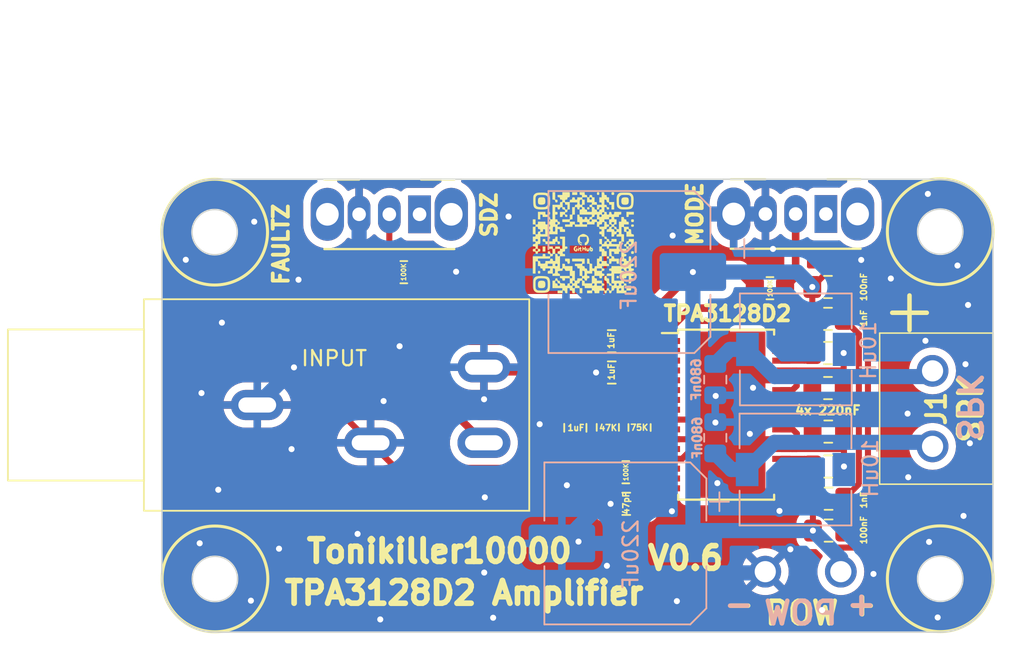
<source format=kicad_pcb>
(kicad_pcb (version 20221018) (generator pcbnew)
  (layers (0 "F.Cu" signal) (31 "B.Cu" signal) (34 "B.Paste" user) (35 "F.Paste" user) (36 "B.SilkS" user "B.Silkscreen") (37 "F.SilkS" user "F.Silkscreen") (38 "B.Mask" user) (39 "F.Mask" user) (44 "Edge.Cuts" user))
  (net 0 "")
  (net 1 "MODE")
  (net 2 "SDZ")
  (net 3 "FAULTZ")
  (net 4 "Net-(U1-RINP)")
  (net 5 "Net-(U1-RINN)")
  (net 6 "Net-(U1-GVDD)")
  (net 7 "Net-(U1-GAIN{slash}SLV)")
  (net 8 "GND")
  (net 9 "MUTE")
  (net 10 "SYNC")
  (net 11 "VCC")
  (net 12 "Net-(U1-BSNL)")
  (net 13 "Net-(U1-OUTNL)")
  (net 14 "Net-(U1-BSPL)")
  (net 15 "Net-(U1-BSNR)")
  (net 16 "Net-(U1-OUTNR)")
  (net 17 "Net-(U1-BSPR)")
  (net 18 "SPK+")
  (net 19 "SPK-")
  (net 20 "Net-(C7-Pad2)")
  (footprint "Capacitor_SMD:C_0805_2012Metric_Pad1.18x1.45mm_HandSolder" (layer "F.Cu") (at 144.9 92.95 180)
    (fp_text reference "C1" hide)
    (fp_text value "1nF" (at -2.33 2.02 90) (layer "F.SilkS") (effects (font (size 0.4 0.4) (thickness 0.1))))
    (pad "1" smd roundrect (at -1.0375 0 180) (size 1.175 1.45) (layers "F.Cu" "F.Paste" "F.Mask") (roundrect_rratio 0.212766) (net 8 "GND"))
    (pad "2" smd roundrect (at 1.0375 0 180) (size 1.175 1.45) (layers "F.Cu" "F.Paste" "F.Mask") (roundrect_rratio 0.212766) (net 11 "VCC"))
  )
  (footprint "Capacitor_SMD:C_0805_2012Metric_Pad1.18x1.45mm_HandSolder" (layer "F.Cu") (at 128.14 86.15 -90)
    (fp_text reference "C5" hide)
    (fp_text value "1uF" (at 0 -0.04 -180) (layer "F.SilkS") (effects (font (size 0.4 0.4) (thickness 0.1))))
    (pad "1" smd roundrect (at -1.0375 0 270) (size 1.175 1.45) (layers "F.Cu" "F.Paste" "F.Mask") (roundrect_rratio 0.212766) (net 6 "Net-(U1-GVDD)"))
    (pad "2" smd roundrect (at 1.0375 0 270) (size 1.175 1.45) (layers "F.Cu" "F.Paste" "F.Mask") (roundrect_rratio 0.212766) (net 8 "GND"))
  )
  (footprint "Resistor_SMD:R_0805_2012Metric_Pad1.20x1.40mm_HandSolder" (layer "F.Cu") (at 130.29 86.12 90)
    (fp_text reference "R1" hide)
    (fp_text value "47K" (at -0.03 0.02 180) (layer "F.SilkS") (effects (font (size 0.4 0.4) (thickness 0.1))))
    (pad "1" smd roundrect (at -1 0 90) (size 1.2 1.4) (layers "F.Cu" "F.Paste" "F.Mask") (roundrect_rratio 0.208333) (net 6 "Net-(U1-GVDD)"))
    (pad "2" smd roundrect (at 1 0 90) (size 1.2 1.4) (layers "F.Cu" "F.Paste" "F.Mask") (roundrect_rratio 0.208333) (net 7 "Net-(U1-GAIN{slash}SLV)"))
  )
  (footprint "Capacitor_SMD:C_0805_2012Metric_Pad1.18x1.45mm_HandSolder" (layer "F.Cu") (at 144.86 83.52)
    (fp_text reference "C12" hide)
    (fp_text value "220nF" hide)
    (pad "1" smd roundrect (at -1.0375 0) (size 1.175 1.45) (layers "F.Cu" "F.Paste" "F.Mask") (roundrect_rratio 0.212766) (net 15 "Net-(U1-BSNR)"))
    (pad "2" smd roundrect (at 1.0375 0) (size 1.175 1.45) (layers "F.Cu" "F.Paste" "F.Mask") (roundrect_rratio 0.212766) (net 16 "Net-(U1-OUTNR)"))
  )
  (footprint "LOGO" (layer "F.Cu") (at 128.630964 73.886988)
    (fp_text reference "G***" hide)
    (fp_text value "LOGO" hide)
  )
  (footprint "Capacitor_SMD:C_0805_2012Metric_Pad1.18x1.45mm_HandSolder" (layer "F.Cu") (at 144.86 76.83 180)
    (fp_text reference "C4" hide)
    (fp_text value "100nF" (at -2.37 0 90) (layer "F.SilkS") (effects (font (size 0.4 0.4) (thickness 0.1))))
    (pad "1" smd roundrect (at -1.0375 0 180) (size 1.175 1.45) (layers "F.Cu" "F.Paste" "F.Mask") (roundrect_rratio 0.212766) (net 8 "GND"))
    (pad "2" smd roundrect (at 1.0375 0 180) (size 1.175 1.45) (layers "F.Cu" "F.Paste" "F.Mask") (roundrect_rratio 0.212766) (net 11 "VCC"))
  )
  (footprint "Capacitor_SMD:C_0805_2012Metric_Pad1.18x1.45mm_HandSolder" (layer "F.Cu") (at 130.55 80.42 180)
    (fp_text reference "C7" hide)
    (fp_text value "1uF" (at 0.04 0.05 90) (layer "F.SilkS") (effects (font (size 0.4 0.4) (thickness 0.1))))
    (pad "1" smd roundrect (at -1.0375 0 180) (size 1.175 1.45) (layers "F.Cu" "F.Paste" "F.Mask") (roundrect_rratio 0.212766) (net 4 "Net-(U1-RINP)"))
    (pad "2" smd roundrect (at 1.0375 0 180) (size 1.175 1.45) (layers "F.Cu" "F.Paste" "F.Mask") (roundrect_rratio 0.212766) (net 20 "Net-(C7-Pad2)"))
  )
  (footprint "Capacitor_SMD:C_0805_2012Metric_Pad1.18x1.45mm_HandSolder" (layer "F.Cu") (at 144.88 86.4)
    (fp_text reference "C13" hide)
    (fp_text value "220nF")
    (pad "1" smd roundrect (at -1.0375 0) (size 1.175 1.45) (layers "F.Cu" "F.Paste" "F.Mask") (roundrect_rratio 0.212766) (net 14 "Net-(U1-BSPL)"))
    (pad "2" smd roundrect (at 1.0375 0) (size 1.175 1.45) (layers "F.Cu" "F.Paste" "F.Mask") (roundrect_rratio 0.212766) (net 13 "Net-(U1-OUTNL)"))
  )
  (footprint "Button_Switch_THT:SW_CuK_OS102011MA1QN1_SPDT_Angled" (layer "F.Cu") (at 144.72 72 180)
    (fp_text reference "SW1" hide)
    (fp_text value "SW_SPDT" hide)
    (pad "" thru_hole oval (at -2.1 0 180) (size 2.2 3.5) (drill 1.5) (layers "*.Cu" "*.Mask"))
    (pad "" thru_hole oval (at 6.1 0 180) (size 2.2 3.5) (drill 1.5) (layers "*.Cu" "*.Mask") (net 8 "GND"))
    (pad "1" thru_hole rect (at 0 0 180) (size 1.5 2.5) (drill 0.9) (layers "*.Cu" "*.Mask"))
    (pad "2" thru_hole oval (at 2 0 180) (size 1.5 2.5) (drill 0.9) (layers "*.Cu" "*.Mask") (net 1 "MODE"))
    (pad "3" thru_hole oval (at 4 0 180) (size 1.5 2.5) (drill 0.9) (layers "*.Cu" "*.Mask") (net 8 "GND"))
  )
  (footprint "Capacitor_SMD:C_0805_2012Metric_Pad1.18x1.45mm_HandSolder" (layer "F.Cu") (at 144.86 81.2)
    (fp_text reference "C11" hide)
    (fp_text value "220nF")
    (pad "1" smd roundrect (at -1.0375 0) (size 1.175 1.45) (layers "F.Cu" "F.Paste" "F.Mask") (roundrect_rratio 0.212766) (net 17 "Net-(U1-BSPR)"))
    (pad "2" smd roundrect (at 1.0375 0) (size 1.175 1.45) (layers "F.Cu" "F.Paste" "F.Mask") (roundrect_rratio 0.212766) (net 16 "Net-(U1-OUTNR)"))
  )
  (footprint "KF3012P" (layer "F.Cu") (at 151.78 82.38 -90)
    (fp_text reference "J1" (at 2.5 -0.25 90) (layer "F.SilkS") (effects (font (size 1.27 1.27) (thickness 0.254))))
    (fp_text value "SPEAKER" hide)
    (pad "1" thru_hole circle (at 0 0 270) (size 2.1 2.1) (drill 1.4) (layers "*.Cu" "*.Mask") (net 18 "SPK+"))
    (pad "2" thru_hole circle (at 5 0 270) (size 2.1 2.1) (drill 1.4) (layers "*.Cu" "*.Mask") (net 19 "SPK-"))
  )
  (footprint "Capacitor_SMD:C_0805_2012Metric_Pad1.18x1.45mm_HandSolder" (layer "F.Cu") (at 144.88 88.71)
    (fp_text reference "C14" hide)
    (fp_text value "220nF")
    (pad "1" smd roundrect (at -1.0375 0) (size 1.175 1.45) (layers "F.Cu" "F.Paste" "F.Mask") (roundrect_rratio 0.212766) (net 12 "Net-(U1-BSNL)"))
    (pad "2" smd roundrect (at 1.0375 0) (size 1.175 1.45) (layers "F.Cu" "F.Paste" "F.Mask") (roundrect_rratio 0.212766) (net 13 "Net-(U1-OUTNL)"))
  )
  (footprint "Package_SO:HTSSOP-32-1EP_6.1x11mm_P0.65mm_EP5.2x11mm_Mask4.11x4.36mm" (layer "F.Cu") (at 138.12 85.28)
    (fp_text reference "U1" hide)
    (fp_text value "TPA3128D2" (at 0.09 -6.69) (layer "F.SilkS") (effects (font (thickness 0.25) bold)))
    (pad "1" smd rect (at -3.65 -4.875) (size 1.2 0.4) (layers "F.Cu" "F.Paste" "F.Mask") (net 1 "MODE"))
    (pad "2" smd rect (at -3.65 -4.225) (size 1.2 0.4) (layers "F.Cu" "F.Paste" "F.Mask") (net 2 "SDZ"))
    (pad "3" smd rect (at -3.65 -3.575) (size 1.2 0.4) (layers "F.Cu" "F.Paste" "F.Mask") (net 3 "FAULTZ"))
    (pad "4" smd rect (at -3.65 -2.925) (size 1.2 0.4) (layers "F.Cu" "F.Paste" "F.Mask") (net 4 "Net-(U1-RINP)"))
    (pad "5" smd rect (at -3.65 -2.275) (size 1.2 0.4) (layers "F.Cu" "F.Paste" "F.Mask") (net 5 "Net-(U1-RINN)"))
    (pad "6" smd rect (at -3.65 -1.625) (size 1.2 0.4) (layers "F.Cu" "F.Paste" "F.Mask") (net 6 "Net-(U1-GVDD)"))
    (pad "7" smd rect (at -3.65 -0.975) (size 1.2 0.4) (layers "F.Cu" "F.Paste" "F.Mask") (net 6 "Net-(U1-GVDD)"))
    (pad "8" smd rect (at -3.65 -0.325) (size 1.2 0.4) (layers "F.Cu" "F.Paste" "F.Mask") (net 7 "Net-(U1-GAIN{slash}SLV)"))
    (pad "9" smd rect (at -3.65 0.325) (size 1.2 0.4) (layers "F.Cu" "F.Paste" "F.Mask") (net 8 "GND"))
    (pad "10" smd rect (at -3.65 0.975) (size 1.2 0.4) (layers "F.Cu" "F.Paste" "F.Mask") (net 8 "GND"))
    (pad "11" smd rect (at -3.65 1.625) (size 1.2 0.4) (layers "F.Cu" "F.Paste" "F.Mask") (net 8 "GND"))
    (pad "12" smd rect (at -3.65 2.275) (size 1.2 0.4) (layers "F.Cu" "F.Paste" "F.Mask") (net 9 "MUTE"))
    (pad "13" smd rect (at -3.65 2.925) (size 1.2 0.4) (layers "F.Cu" "F.Paste" "F.Mask") (net 8 "GND"))
    (pad "14" smd rect (at -3.65 3.575) (size 1.2 0.4) (layers "F.Cu" "F.Paste" "F.Mask") (net 8 "GND"))
    (pad "15" smd rect (at -3.65 4.225) (size 1.2 0.4) (layers "F.Cu" "F.Paste" "F.Mask") (net 8 "GND"))
    (pad "16" smd rect (at -3.65 4.875) (size 1.2 0.4) (layers "F.Cu" "F.Paste" "F.Mask") (net 10 "SYNC"))
    (pad "17" smd rect (at 3.65 4.875) (size 1.2 0.4) (layers "F.Cu" "F.Paste" "F.Mask") (net 11 "VCC"))
    (pad "18" smd rect (at 3.65 4.225) (size 1.2 0.4) (layers "F.Cu" "F.Paste" "F.Mask") (net 11 "VCC"))
    (pad "19" smd rect (at 3.65 3.575) (size 1.2 0.4) (layers "F.Cu" "F.Paste" "F.Mask") (net 11 "VCC"))
    (pad "20" smd rect (at 3.65 2.925) (size 1.2 0.4) (layers "F.Cu" "F.Paste" "F.Mask") (net 12 "Net-(U1-BSNL)"))
    (pad "21" smd rect (at 3.65 2.275) (size 1.2 0.4) (layers "F.Cu" "F.Paste" "F.Mask") (net 13 "Net-(U1-OUTNL)"))
    (pad "22" smd rect (at 3.65 1.625) (size 1.2 0.4) (layers "F.Cu" "F.Paste" "F.Mask") (net 8 "GND"))
    (pad "23" smd rect (at 3.65 0.975) (size 1.2 0.4) (layers "F.Cu" "F.Paste" "F.Mask") (net 13 "Net-(U1-OUTNL)"))
    (pad "24" smd rect (at 3.65 0.325) (size 1.2 0.4) (layers "F.Cu" "F.Paste" "F.Mask") (net 14 "Net-(U1-BSPL)"))
    (pad "25" smd rect (at 3.65 -0.325) (size 1.2 0.4) (layers "F.Cu" "F.Paste" "F.Mask") (net 8 "GND"))
    (pad "26" smd rect (at 3.65 -0.975) (size 1.2 0.4) (layers "F.Cu" "F.Paste" "F.Mask") (net 15 "Net-(U1-BSNR)"))
    (pad "27" smd rect (at 3.65 -1.625) (size 1.2 0.4) (layers "F.Cu" "F.Paste" "F.Mask") (net 16 "Net-(U1-OUTNR)"))
    (pad "28" smd rect (at 3.65 -2.275) (size 1.2 0.4) (layers "F.Cu" "F.Paste" "F.Mask") (net 8 "GND"))
    (pad "29" smd rect (at 3.65 -2.925) (size 1.2 0.4) (layers "F.Cu" "F.Paste" "F.Mask") (net 16 "Net-(U1-OUTNR)"))
    (pad "30" smd rect (at 3.65 -3.575) (size 1.2 0.4) (layers "F.Cu" "F.Paste" "F.Mask") (net 17 "Net-(U1-BSPR)"))
    (pad "31" smd rect (at 3.65 -4.225) (size 1.2 0.4) (layers "F.Cu" "F.Paste" "F.Mask") (net 11 "VCC"))
    (pad "32" smd rect (at 3.65 -4.875) (size 1.2 0.4) (layers "F.Cu" "F.Paste" "F.Mask") (net 11 "VCC"))
    (pad "33" smd rect (at 0 0) (size 5.2 11) (layers "F.Cu") (net 8 "GND"))
  )
  (footprint "Resistor_SMD:R_0805_2012Metric_Pad1.20x1.40mm_HandSolder" (layer "F.Cu") (at 131.48 89.09 180)
    (fp_text reference "R3" hide)
    (fp_text value "100K" (at -0.01 0 90) (layer "F.SilkS") (effects (font (size 0.3 0.3) (thickness 0.075))))
    (pad "1" smd roundrect (at -1 0 180) (size 1.2 1.4) (layers "F.Cu" "F.Paste" "F.Mask") (roundrect_rratio 0.208333) (net 9 "MUTE"))
    (pad "2" smd roundrect (at 1 0 180) (size 1.2 1.4) (layers "F.Cu" "F.Paste" "F.Mask") (roundrect_rratio 0.208333) (net 8 "GND"))
  )
  (footprint "Resistor_SMD:R_0805_2012Metric_Pad1.20x1.40mm_HandSolder" (layer "F.Cu") (at 116.79 75.85)
    (fp_text reference "R4" hide)
    (fp_text value "100K" (at -0.01 0 90) (layer "F.SilkS") (effects (font (size 0.3 0.3) (thickness 0.075))))
    (pad "1" smd roundrect (at -1 0) (size 1.2 1.4) (layers "F.Cu" "F.Paste" "F.Mask") (roundrect_rratio 0.208333) (net 2 "SDZ"))
    (pad "2" smd roundrect (at 1 0) (size 1.2 1.4) (layers "F.Cu" "F.Paste" "F.Mask") (roundrect_rratio 0.208333) (net 11 "VCC"))
  )
  (footprint "Connector_Wire:SolderWirePad_1x01_SMD_1x2mm" (layer "F.Cu") (at 108.56 70.51 -90)
    (fp_text reference "REF**" hide)
    (fp_text value "SolderWirePad_1x01_SMD_1x2mm")
    (pad "1" smd roundrect (at 0 0 270) (size 1 2) (layers "F.Cu" "F.Paste" "F.Mask") (net 3 "FAULTZ"))
  )
  (footprint "Capacitor_SMD:C_0805_2012Metric_Pad1.18x1.45mm_HandSolder" (layer "F.Cu") (at 144.86 78.94 180)
    (fp_text reference "C2" hide)
    (fp_text value "1nF" (at -2.37 0.05 90) (layer "F.SilkS") (effects (font (size 0.4 0.4) (thickness 0.1))))
    (pad "1" smd roundrect (at -1.0375 0 180) (size 1.175 1.45) (layers "F.Cu" "F.Paste" "F.Mask") (roundrect_rratio 0.212766) (net 8 "GND"))
    (pad "2" smd roundrect (at 1.0375 0 180) (size 1.175 1.45) (layers "F.Cu" "F.Paste" "F.Mask") (roundrect_rratio 0.212766) (net 11 "VCC"))
  )
  (footprint "Capacitor_SMD:C_0805_2012Metric_Pad1.18x1.45mm_HandSolder" (layer "F.Cu") (at 131.51 91.18)
    (fp_text reference "C10" hide)
    (fp_text value "47pF" (at -0.01 -0.04 90) (layer "F.SilkS") (effects (font (size 0.4 0.4) (thickness 0.1))))
    (pad "1" smd roundrect (at -1.0375 0) (size 1.175 1.45) (layers "F.Cu" "F.Paste" "F.Mask") (roundrect_rratio 0.212766) (net 8 "GND"))
    (pad "2" smd roundrect (at 1.0375 0) (size 1.175 1.45) (layers "F.Cu" "F.Paste" "F.Mask") (roundrect_rratio 0.212766) (net 10 "SYNC"))
  )
  (footprint "Resistor_SMD:R_0805_2012Metric_Pad1.20x1.40mm_HandSolder" (layer "F.Cu") (at 141.02 76.91 180)
    (fp_text reference "R5" hide)
    (fp_text value "100K" (at -0.01 0 90) (layer "F.SilkS") (effects (font (size 0.3 0.3) (thickness 0.075))))
    (pad "1" smd roundrect (at -1 0 180) (size 1.2 1.4) (layers "F.Cu" "F.Paste" "F.Mask") (roundrect_rratio 0.208333) (net 1 "MODE"))
    (pad "2" smd roundrect (at 1 0 180) (size 1.2 1.4) (layers "F.Cu" "F.Paste" "F.Mask") (roundrect_rratio 0.208333) (net 11 "VCC"))
  )
  (footprint "Resistor_SMD:R_0805_2012Metric_Pad1.20x1.40mm_HandSolder" (layer "F.Cu") (at 132.39 86.13 -90)
    (fp_text reference "R2" hide)
    (fp_text value "75K" (at 0 0.02 -180) (layer "F.SilkS") (effects (font (size 0.4 0.4) (thickness 0.1))))
    (pad "1" smd roundrect (at -1 0 270) (size 1.2 1.4) (layers "F.Cu" "F.Paste" "F.Mask") (roundrect_rratio 0.208333) (net 7 "Net-(U1-GAIN{slash}SLV)"))
    (pad "2" smd roundrect (at 1 0 270) (size 1.2 1.4) (layers "F.Cu" "F.Paste" "F.Mask") (roundrect_rratio 0.208333) (net 8 "GND"))
  )
  (footprint "Capacitor_SMD:C_0805_2012Metric_Pad1.18x1.45mm_HandSolder" (layer "F.Cu") (at 130.55 82.49 180)
    (fp_text reference "C8" hide)
    (fp_text value "1uF" (at 0.02 0.05 90) (layer "F.SilkS") (effects (font (size 0.4 0.4) (thickness 0.1))))
    (pad "1" smd roundrect (at -1.0375 0 180) (size 1.175 1.45) (layers "F.Cu" "F.Paste" "F.Mask") (roundrect_rratio 0.212766) (net 5 "Net-(U1-RINN)"))
    (pad "2" smd roundrect (at 1.0375 0 180) (size 1.175 1.45) (layers "F.Cu" "F.Paste" "F.Mask") (roundrect_rratio 0.212766) (net 8 "GND"))
  )
  (footprint "Button_Switch_THT:SW_CuK_OS102011MA1QN1_SPDT_Angled" (layer "F.Cu") (at 117.83 72.02 180)
    (fp_text reference "SW1" hide)
    (fp_text value "SW_SPDT" hide)
    (pad "" thru_hole oval (at -2.1 0 180) (size 2.2 3.5) (drill 1.5) (layers "*.Cu" "*.Mask"))
    (pad "" thru_hole oval (at 6.1 0 180) (size 2.2 3.5) (drill 1.5) (layers "*.Cu" "*.Mask"))
    (pad "1" thru_hole rect (at 0 0 180) (size 1.5 2.5) (drill 0.9) (layers "*.Cu" "*.Mask"))
    (pad "2" thru_hole oval (at 2 0 180) (size 1.5 2.5) (drill 0.9) (layers "*.Cu" "*.Mask") (net 2 "SDZ"))
    (pad "3" thru_hole oval (at 4 0 180) (size 1.5 2.5) (drill 0.9) (layers "*.Cu" "*.Mask") (net 8 "GND"))
  )
  (footprint "Connector_Audio:Jack_6.35mm_Neutrik_NRJ4HH-1_Horizontal" (layer "F.Cu") (at 118.09 90.14 180)
    (fp_text reference "J2" hide)
    (fp_text value "INPUT" (at 5.91 8.59) (layer "F.SilkS"))
    (pad "G" thru_hole oval (at 11 5.5) (size 3.5 2) (drill oval 2.5 1) (layers "*.Cu" "*.Mask") (net 8 "GND"))
    (pad "R" thru_hole oval (at -4 8) (size 3.5 2) (drill oval 2.5 1) (layers "*.Cu" "*.Mask") (net 8 "GND"))
    (pad "S" thru_hole oval (at -4 3) (size 3.5 2) (drill oval 2.5 1) (layers "*.Cu" "*.Mask") (net 20 "Net-(C7-Pad2)"))
    (pad "T" thru_hole oval (at 3.5 3) (size 3.5 2) (drill oval 2.5 1) (layers "*.Cu" "*.Mask") (net 8 "GND"))
  )
  (footprint "Capacitor_SMD:C_0805_2012Metric_Pad1.18x1.45mm_HandSolder" (layer "F.Cu") (at 144.9 90.84 180)
    (fp_text reference "C3" hide)
    (fp_text value "100nF" (at -2.33 -2.08 90) (layer "F.SilkS") (effects (font (size 0.4 0.4) (thickness 0.1))))
    (pad "1" smd roundrect (at -1.0375 0 180) (size 1.175 1.45) (layers "F.Cu" "F.Paste" "F.Mask") (roundrect_rratio 0.212766) (net 8 "GND"))
    (pad "2" smd roundrect (at 1.0375 0 180) (size 1.175 1.45) (layers "F.Cu" "F.Paste" "F.Mask") (roundrect_rratio 0.212766) (net 11 "VCC"))
  )
  (footprint "Inductor_SMD:L_7.3x7.3_H4.5" (layer "B.Cu") (at 142.73 80.96 180)
    (fp_text reference "L1" hide)
    (fp_text value "10uH" (at -4.8 -0.07 90) (layer "B.SilkS") (effects (justify mirror)))
    (pad "1" smd rect (at -3.2 0 180) (size 1.5 2.2) (layers "B.Cu" "B.Paste" "B.Mask") (net 16 "Net-(U1-OUTNR)"))
    (pad "2" smd rect (at 3.2 0 180) (size 1.5 2.2) (layers "B.Cu" "B.Paste" "B.Mask") (net 18 "SPK+"))
  )
  (footprint "Capacitor_SMD:C_0805_2012Metric_Pad1.18x1.45mm_HandSolder" (layer "B.Cu") (at 137.4 86.8075 -90)
    (fp_text reference "C16" hide)
    (fp_text value "680nF" (at 0.0125 1.19 -90) (layer "B.SilkS") (effects (font (size 0.6 0.6)) (justify mirror)))
    (pad "1" smd roundrect (at -1.0375 0 270) (size 1.175 1.45) (layers "B.Cu" "B.Paste" "B.Mask") (roundrect_rratio 0.212766) (net 8 "GND"))
    (pad "2" smd roundrect (at 1.0375 0 270) (size 1.175 1.45) (layers "B.Cu" "B.Paste" "B.Mask") (roundrect_rratio 0.212766) (net 19 "SPK-"))
  )
  (footprint "Capacitor_SMD:CP_Elec_10x10.5" (layer "B.Cu") (at 131.45 93.8 180)
    (fp_text reference "C6" hide)
    (fp_text value "220uF" (at -0.35 -0.72 90) (layer "B.SilkS") (effects (justify mirror)))
    (pad "1" smd roundrect (at -4.2 0 180) (size 4.4 2.5) (layers "B.Cu" "B.Paste" "B.Mask") (roundrect_rratio 0.1) (net 11 "VCC"))
    (pad "2" smd roundrect (at 4.2 0 180) (size 4.4 2.5) (layers "B.Cu" "B.Paste" "B.Mask") (roundrect_rratio 0.1) (net 8 "GND"))
  )
  (footprint "Capacitor_SMD:C_0805_2012Metric_Pad1.18x1.45mm_HandSolder" (layer "B.Cu") (at 137.4 82.96 90)
    (fp_text reference "C15" hide)
    (fp_text value "680nF" (at 0 -1.26 90) (layer "B.SilkS") (effects (font (size 0.6 0.6)) (justify mirror)))
    (pad "1" smd roundrect (at -1.0375 0 90) (size 1.175 1.45) (layers "B.Cu" "B.Paste" "B.Mask") (roundrect_rratio 0.212766) (net 8 "GND"))
    (pad "2" smd roundrect (at 1.0375 0 90) (size 1.175 1.45) (layers "B.Cu" "B.Paste" "B.Mask") (roundrect_rratio 0.212766) (net 18 "SPK+"))
  )
  (footprint "KF3012P" (layer "B.Cu") (at 145.71 95.67 180)
    (fp_text reference "J1" hide)
    (fp_text value "SPEAKER" hide)
    (pad "1" thru_hole circle (at 0 0 180) (size 2.1 2.1) (drill 1.4) (layers "*.Cu" "*.Mask") (net 11 "VCC"))
    (pad "2" thru_hole circle (at 5 0 180) (size 2.1 2.1) (drill 1.4) (layers "*.Cu" "*.Mask") (net 8 "GND"))
  )
  (footprint "Capacitor_SMD:CP_Elec_10x10.5" (layer "B.Cu") (at 131.72 75.84 180)
    (fp_text reference "C9" hide)
    (fp_text value "220uF" (at 0.04 -0.22 90) (layer "B.SilkS") (effects (justify mirror)))
    (pad "1" smd roundrect (at -4.2 0 180) (size 4.4 2.5) (layers "B.Cu" "B.Paste" "B.Mask") (roundrect_rratio 0.1) (net 11 "VCC"))
    (pad "2" smd roundrect (at 4.2 0 180) (size 4.4 2.5) (layers "B.Cu" "B.Paste" "B.Mask") (roundrect_rratio 0.1) (net 8 "GND"))
  )
  (footprint "Inductor_SMD:L_7.3x7.3_H4.5" (layer "B.Cu") (at 142.71 88.91 180)
    (fp_text reference "L2" hide)
    (fp_text value "10uH" (at -4.95 0.08 90) (layer "B.SilkS") (effects (justify mirror)))
    (pad "1" smd rect (at -3.2 0 180) (size 1.5 2.2) (layers "B.Cu" "B.Paste" "B.Mask") (net 13 "Net-(U1-OUTNL)"))
    (pad "2" smd rect (at 3.2 0 180) (size 1.5 2.2) (layers "B.Cu" "B.Paste" "B.Mask") (net 19 "SPK-"))
  )
  (gr_circle (center 152.29 73.17) (end 152.29 76.67) (stroke (width 0.2)) (fill none) (layer "F.SilkS"))
  (gr_circle (center 104.27 73.2) (end 104.27 76.7) (stroke (width 0.2)) (fill none) (layer "F.SilkS"))
  (gr_circle (center 152.29 96.14) (end 152.29 99.64) (stroke (width 0.2)) (fill none) (layer "F.SilkS"))
  (gr_circle (center 104.29 96.15) (end 104.29 99.65) (stroke (width 0.2)) (fill none) (layer "F.SilkS"))
  (gr_line (start 155.78 73.2) (end 155.78 96.17) (stroke (width 0.1)) (layer "Edge.Cuts"))
  (gr_arc (start 155.78 96.17) (mid 154.754874 98.644874) (end 152.28 99.67) (stroke (width 0.1)) (layer "Edge.Cuts"))
  (gr_circle (center 152.29 96.14) (end 152.29 97.64) (stroke (width 0.1)) (fill none) (layer "Edge.Cuts"))
  (gr_circle (center 104.29 96.15) (end 104.29 97.65) (stroke (width 0.1)) (fill none) (layer "Edge.Cuts"))
  (gr_circle (center 152.29 73.17) (end 152.29 74.67) (stroke (width 0.1)) (fill none) (layer "Edge.Cuts"))
  (gr_line (start 152.28 99.67) (end 104.28 99.67) (stroke (width 0.1)) (layer "Edge.Cuts"))
  (gr_arc (start 152.28 69.7) (mid 154.754874 70.725126) (end 155.78 73.2) (stroke (width 0.1)) (layer "Edge.Cuts"))
  (gr_arc (start 104.28 99.67) (mid 101.805127 98.644874) (end 100.78 96.17) (stroke (width 0.1)) (layer "Edge.Cuts"))
  (gr_line (start 104.28 69.7) (end 152.28 69.7) (stroke (width 0.1)) (layer "Edge.Cuts"))
  (gr_line (start 100.78 96.17) (end 100.78 73.2) (stroke (width 0.1)) (layer "Edge.Cuts"))
  (gr_arc (start 100.78 73.2) (mid 101.805126 70.725126) (end 104.28 69.7) (stroke (width 0.1)) (layer "Edge.Cuts"))
  (gr_circle (center 104.27 73.2) (end 104.27 74.7) (stroke (width 0.1)) (fill none) (layer "Edge.Cuts"))
  (gr_text "POW\n" (at 145.65 99.29) (layer "B.SilkS") (effects (font (size 1.5 1.5) (thickness 0.3) bold) (justify left bottom mirror)))
  (gr_text "-\n" (at 140.08 98.69) (layer "B.SilkS") (effects (font (size 1.5 1.5) (thickness 0.3) bold) (justify left bottom mirror)))
  (gr_text "+" (at 148.2 98.67) (layer "B.SilkS") (effects (font (size 1.5 1.5) (thickness 0.3) bold) (justify left bottom mirror)))
  (gr_text "SPK\n" (at 153.34 87.18 -90) (layer "B.SilkS") (effects (font (size 1.5 1.5) (thickness 0.3) bold) (justify left bottom mirror)))
  (gr_text "+" (at 145.99 98.69) (layer "F.SilkS") (effects (font (size 1.5 1.5) (thickness 0.3) bold) (justify left bottom)))
  (gr_text "-\n" (at 137.88 98.69) (layer "F.SilkS") (effects (font (size 1.5 1.5) (thickness 0.3) bold) (justify left bottom)))
  (gr_text "MODE" (at 136.64 74.2 90) (layer "F.SilkS") (effects (font (size 1 1) (thickness 0.25) bold) (justify left bottom)))
  (gr_text "FAULTZ" (at 109.25 76.81 90) (layer "F.SilkS") (effects (font (size 1 1) (thickness 0.25) bold) (justify left bottom)))
  (gr_text "TPA3128D2 Amplifier" (at 108.71 97.96) (layer "F.SilkS") (effects (font (size 1.5 1.5) (thickness 0.375) bold) (justify left bottom)))
  (gr_text "4x 220nF" (at 144.85 84.99) (layer "F.SilkS") (effects (font (size 0.6 0.6) (thickness 0.15) bold)))
  (gr_text "+" (at 148.2 80.06) (layer "F.SilkS") (effects (font (size 3 3) (thickness 0.3) bold) (justify left bottom)))
  (gr_text "POW\n" (at 140.54 99.29) (layer "F.SilkS") (effects (font (size 1.5 1.5) (thickness 0.3) bold) (justify left bottom)))
  (gr_text "SPK\n" (at 155.17 87.31 90) (layer "F.SilkS") (effects (font (size 1.5 1.5) (thickness 0.3) bold) (justify left bottom)))
  (gr_text "V0.6" (at 132.76 95.65) (layer "F.SilkS") (effects (font (size 1.5 1.5) (thickness 0.375) bold) (justify left bottom)))
  (gr_text "Tonikiller10000" (at 110.18 95.19) (layer "F.SilkS") (effects (font (size 1.5 1.5) (thickness 0.375) bold) (justify left bottom)))
  (gr_text "SDZ" (at 123.02 73.67 90) (layer "F.SilkS") (effects (font (size 1 1) (thickness 0.25) bold) (justify left bottom)))
  (segment (start 142.72 76.16) (end 142.72 72) (width 0.5) (layer "F.Cu") (net 1))
  (segment (start 135.76 78.23) (end 140.65 78.23) (width 0.5) (layer "F.Cu") (net 1))
  (segment (start 134.47 79.52) (end 135.76 78.23) (width 0.5) (layer "F.Cu") (net 1))
  (segment (start 134.47 80.405) (end 134.47 79.52) (width 0.5) (layer "F.Cu") (net 1))
  (segment (start 140.65 78.23) (end 142.72 76.16) (width 0.5) (layer "F.Cu") (net 1))
  (segment (start 133.745 81.055) (end 133.43 80.74) (width 0.4) (layer "F.Cu") (net 2))
  (segment (start 132.495 78.695) (end 117.625 78.695) (width 0.4) (layer "F.Cu") (net 2))
  (segment (start 117.625 78.695) (end 115.83 76.9) (width 0.4) (layer "F.Cu") (net 2))
  (segment (start 133.43 80.74) (end 133.43 79.63) (width 0.4) (layer "F.Cu") (net 2))
  (segment (start 134.47 81.055) (end 133.745 81.055) (width 0.4) (layer "F.Cu") (net 2))
  (segment (start 133.43 79.63) (end 132.495 78.695) (width 0.4) (layer "F.Cu") (net 2))
  (segment (start 115.83 76.9) (end 115.83 72.02) (width 0.4) (layer "F.Cu") (net 2))
  (segment (start 132.83 79.93076) (end 132.19424 79.295) (width 0.4) (layer "F.Cu") (net 3))
  (segment (start 132.19424 79.295) (end 130.375 79.295) (width 0.4) (layer "F.Cu") (net 3))
  (segment (start 130.37 79.3) (end 130.365 79.295) (width 0.4) (layer "F.Cu") (net 3))
  (segment (start 130.375 79.295) (end 130.37 79.3) (width 0.4) (layer "F.Cu") (net 3))
  (segment (start 134.47 81.705) (end 133.515 81.705) (width 0.4) (layer "F.Cu") (net 3))
  (segment (start 108.56 76.87) (end 108.56 70.51) (width 0.4) (layer "F.Cu") (net 3))
  (segment (start 130.365 79.295) (end 110.985 79.295) (width 0.4) (layer "F.Cu") (net 3))
  (segment (start 110.985 79.295) (end 108.56 76.87) (width 0.4) (layer "F.Cu") (net 3))
  (segment (start 133.515 81.705) (end 132.83 81.02) (width 0.4) (layer "F.Cu") (net 3))
  (segment (start 132.83 81.02) (end 132.83 79.93076) (width 0.4) (layer "F.Cu") (net 3))
  (segment (start 131.5875 80.6375) (end 131.5875 80.42) (width 0.4) (layer "F.Cu") (net 4))
  (segment (start 134.47 82.355) (end 133.305 82.355) (width 0.4) (layer "F.Cu") (net 4))
  (segment (start 133.305 82.355) (end 131.5875 80.6375) (width 0.4) (layer "F.Cu") (net 4))
  (segment (start 132.1025 83.005) (end 131.5875 82.49) (width 0.4) (layer "F.Cu") (net 5))
  (segment (start 134.47 83.005) (end 132.1025 83.005) (width 0.4) (layer "F.Cu") (net 5))
  (segment (start 134.47 83.655) (end 129.5975 83.655) (width 0.4) (layer "F.Cu") (net 6))
  (segment (start 134.47 83.655) (end 134.47 84.305) (width 0.4) (layer "F.Cu") (net 6))
  (segment (start 128.2825 85.1125) (end 130.29 87.12) (width 0.4) (layer "F.Cu") (net 6))
  (segment (start 128.14 85.1125) (end 128.2825 85.1125) (width 0.4) (layer "F.Cu") (net 6))
  (segment (start 129.5975 83.655) (end 128.14 85.1125) (width 0.4) (layer "F.Cu") (net 6))
  (segment (start 132.565 84.955) (end 132.39 85.13) (width 0.4) (layer "F.Cu") (net 7))
  (segment (start 132.39 85.13) (end 130.3 85.13) (width 0.4) (layer "F.Cu") (net 7))
  (segment (start 130.3 85.13) (end 130.29 85.12) (width 0.4) (layer "F.Cu") (net 7))
  (segment (start 134.47 84.955) (end 132.565 84.955) (width 0.4) (layer "F.Cu") (net 7))
  (segment (start 130.48 89.09) (end 130.48 91.1725) (width 0.4) (layer "F.Cu") (net 8))
  (segment (start 136.495 86.905) (end 137.41 85.99) (width 0.4) (layer "F.Cu") (net 8))
  (segment (start 145.9275 90.83) (end 145.9375 90.84) (width 0.4) (layer "F.Cu") (net 8))
  (segment (start 134.47 88.855) (end 134.47 89.505) (width 0.4) (layer "F.Cu") (net 8))
  (segment (start 130.48 89.04) (end 130.48 89.09) (width 0.4) (layer "F.Cu") (net 8))
  (segment (start 116.25 88.8) (end 114.59 87.14) (width 0.4) (layer "F.Cu") (net 8))
  (segment (start 139.69 86.55) (end 139.39 86.55) (width 0.4) (layer "F.Cu") (net 8))
  (segment (start 139.39 86.55) (end 138.12 85.28) (width 0.4) (layer "F.Cu") (net 8))
  (segment (start 141.77 84.955) (end 146.905 84.955) (width 0.4) (layer "F.Cu") (net 8))
  (segment (start 138.445 84.955) (end 139.9 83.5) (width 0.4) (layer "F.Cu") (net 8))
  (segment (start 140.395 83.005) (end 141.77 83.005) (width 0.4) (layer "F.Cu") (net 8))
  (segment (start 128.14 87.1875) (end 128.5775 87.1875) (width 0.4) (layer "F.Cu") (net 8))
  (segment (start 137.795 85.605) (end 138.12 85.28) (width 0.4) (layer "F.Cu") (net 8))
  (segment (start 134.47 86.905) (end 136.495 86.905) (width 0.4) (layer "F.Cu") (net 8))
  (segment (start 125.2775 88.8) (end 116.25 88.8) (width 0.4) (layer "F.Cu") (net 8))
  (segment (start 145.9375 90.84) (end 145.9375 92.95) (width 0.4) (layer "F.Cu") (net 8))
  (segment (start 139.9 83.5) (end 140.395 83.005) (width 0.4) (layer "F.Cu") (net 8))
  (segment (start 145.8975 78.94) (end 145.8975 78.9475) (width 0.4) (layer "F.Cu") (net 8))
  (segment (start 134.47 85.605) (end 137.795 85.605) (width 0.4) (layer "F.Cu") (net 8))
  (segment (start 129.5125 82.49) (end 127.22 82.49) (width 0.4) (layer "F.Cu") (net 8))
  (segment (start 127.22 82.49) (end 126.89 82.49) (width 0.4) (layer "F.Cu") (net 8))
  (segment (start 145.8975 76.83) (end 145.8975 78.94) (width 0.4) (layer "F.Cu") (net 8))
  (segment (start 139.745 86.905) (end 139.69 86.85) (width 0.4) (layer "F.Cu") (net 8))
  (segment (start 114.59 87.14) (end 112.09 84.64) (width 0.4) (layer "F.Cu") (net 8))
  (segment (start 146.905 79.955) (end 146.905 89.8725) (width 0.4) (layer "F.Cu") (net 8))
  (segment (start 141.77 86.905) (end 139.745 86.905) (width 0.4) (layer "F.Cu") (net 8))
  (segment (start 126.89 87.1875) (end 128.14 87.1875) (width 0.4) (layer "F.Cu") (net 8))
  (segment (start 141.77 84.955) (end 138.445 84.955) (width 0.4) (layer "F.Cu") (net 8))
  (segment (start 126.89 82.49) (end 126.89 87.1875) (width 0.4) (layer "F.Cu") (net 8))
  (segment (start 134.47 88.205) (end 134.47 88.855) (width 0.4) (layer "F.Cu") (net 8))
  (segment (start 127.22 82.49) (end 122.44 82.49) (width 0.4) (layer "F.Cu") (net 8))
  (segment (start 134.47 86.255) (end 134.47 86.905) (width 0.4) (layer "F.Cu") (net 8))
  (segment (start 135.195 88.205) (end 138.12 85.28) (width 0.4) (layer "F.Cu") (net 8))
  (segment (start 137.6 85.8) (end 138.12 85.28) (width 0.4) (layer "F.Cu") (net 8))
  (segment (start 134.47 88.205) (end 135.195 88.205) (width 0.4) (layer "F.Cu") (net 8))
  (segment (start 122.44 82.49) (end 122.09 82.14) (width 0.4) (layer "F.Cu") (net 8))
  (segment (start 132.615 86.905) (end 132.39 87.13) (width 0.4) (layer "F.Cu") (net 8))
  (segment (start 137.41 85.99) (end 137.41 85.8) (width 0.4) (layer "F.Cu") (net 8))
  (segment (start 112.09 84.64) (end 107.09 84.64) (width 0.4) (layer "F.Cu") (net 8))
  (segment (start 146.905 89.8725) (end 145.9375 90.84) (width 0.4) (layer "F.Cu") (net 8))
  (segment (start 134.47 86.905) (end 132.615 86.905) (width 0.4) (layer "F.Cu") (net 8))
  (segment (start 139.69 86.85) (end 139.69 86.55) (width 0.4) (layer "F.Cu") (net 8))
  (segment (start 126.89 87.1875) (end 125.2775 88.8) (width 0.4) (layer "F.Cu") (net 8))
  (segment (start 128.5775 87.1875) (end 130.48 89.09) (width 0.4) (layer "F.Cu") (net 8))
  (segment (start 134.47 85.605) (end 134.47 86.255) (width 0.4) (layer "F.Cu") (net 8))
  (segment (start 145.8975 78.9475) (end 146.905 79.955) (width 0.4) (layer "F.Cu") (net 8))
  (segment (start 137.41 85.8) (end 137.6 85.8) (width 0.4) (layer "F.Cu") (net 8))
  (segment (start 132.39 87.13) (end 130.48 89.04) (width 0.4) (layer "F.Cu") (net 8))
  (segment (start 130.48 91.1725) (end 130.4725 91.18) (width 0.4) (layer "F.Cu") (net 8))
  (via (at 134.58 73.43) (size 0.8) (drill 0.4) (layers "F.Cu" "B.Cu") (net 8))
  (via (at 149.02 76.27) (size 0.8) (drill 0.4) (layers "F.Cu" "B.Cu") (net 8))
  (via (at 151.55 93.7) (size 0.8) (drill 0.4) (layers "F.Cu" "B.Cu") (net 8))
  (via (at 137.41 85.8) (size 0.8) (drill 0.4) (layers "F.Cu" "B.Cu") (net 8))
  (via (at 129.5125 82.49) (size 0.8) (drill 0.4) (layers "F.Cu" "B.Cu") (net 8))
  (via (at 154.13 78.02) (size 0.8) (drill 0.4) (layers "F.Cu" "B.Cu") (net 8))
  (via (at 122.11 95.73) (size 0.8) (drill 0.4) (layers "F.Cu" "B.Cu") (net 8))
  (via (at 106.67 97.59) (size 0.8) (drill 0.4) (layers "F.Cu" "B.Cu") (net 8))
  (via (at 139.69 86.55) (size 0.8) (drill 0.4) (layers "F.Cu" "B.Cu") (net 8))
  (via (at 120.25 75.82) (size 0.8) (drill 0.4) (layers "F.Cu" "B.Cu") (net 8))
  (via (at 137.54 89.81) (size 0.8) (drill 0.4) (layers "F.Cu" "B.Cu") (net 8))
  (via (at 104.51 90.25) (size 0.8) (drill 0.4) (layers "F.Cu" "B.Cu") (net 8))
  (via (at 150.13 85.21) (size 0.8) (drill 0.4) (layers "F.Cu" "B.Cu") (net 8))
  (via (at 123.72 72.17) (size 0.8) (drill 0.4) (layers "F.Cu" "B.Cu") (net 8))
  (via (at 122.1 84.26) (size 0.8) (drill 0.4) (layers "F.Cu" "B.Cu") (net 8))
  (via (at 134.86 97.62) (size 0.8) (drill 0.4) (layers "F.Cu" "B.Cu") (net 8))
  (via (at 116.51 80.75) (size 0.8) (drill 0.4) (layers "F.Cu" "B.Cu") (net 8))
  (via (at 103.28 93.79) (size 0.8) (drill 0.4) (layers "F.Cu" "B.Cu") (net 8))
  (via (at 147.87 95.82) (size 0.8) (drill 0.4) (layers "F.Cu" "B.Cu") (net 8))
  (via (at 106.89 72.51) (size 0.8) (drill 0.4) (layers "F.Cu" "B.Cu") (net 8))
  (via (at 154.25 87.17) (size 0.8) (drill 0.4) (layers "F.Cu" "B.Cu") (net 8))
  (via (at 153.43 75.41) (size 0.8) (drill 0.4) (layers "F.Cu" "B.Cu") (net 8))
  (via (at 137.43 84.04) (size 0.8) (drill 0.4) (layers "F.Cu" "B.Cu") (net 8))
  (via (at 144.47 98.21) (size 0.8) (drill 0.4) (layers "F.Cu" "B.Cu") (net 8))
  (via (at 104.75 79.19) (size 0.8) (drill 0.4) (layers "F.Cu" "B.Cu") (net 8))
  (via (at 113.73 93.17) (size 0.8) (drill 0.4) (layers "F.Cu" "B.Cu") (net 8))
  (via (at 108.53 94.15) (size 0.8) (drill 0.4) (layers "F.Cu" "B.Cu") (net 8))
  (via (at 109.36 87.56) (size 0.8) (drill 0.4) (layers "F.Cu" "B.Cu") (net 8))
  (via (at 103.4 83.85) (size 0.8) (drill 0.4) (layers "F.Cu" "B.Cu") (net 8))
  (via (at 109.52 82.15) (size 0.8) (drill 0.4) (layers "F.Cu" "B.Cu") (net 8))
  (via (at 142.37 94.19) (size 0.8) (drill 0.4) (layers "F.Cu" "B.Cu") (net 8))
  (via (at 128.35 93.68) (size 0.8) (drill 0.4) (layers "F.Cu" "B.Cu") (net 8))
  (via (at 141.22 74.31) (size 0.8) (drill 0.4) (layers "F.Cu" "B.Cu") (net 8))
  (via (at 152.12 98.7) (size 0.8) (drill 0.4) (layers "F.Cu" "B.Cu") (net 8))
  (via (at 150.17 89.42) (size 0.8) (drill 0.4) (layers "F.Cu" "B.Cu") (net 8))
  (via (at 153.83 91.98) (size 0.8) (drill 0.4) (layers "F.Cu" "B.Cu") (net 8))
  (via (at 151.47 70.67) (size 0.8) (drill 0.4) (layers "F.Cu" "B.Cu") (net 8))
  (via (at 139.9 83.5) (size 0.8) (drill 0.4) (layers "F.Cu" "B.Cu") (net 8))
  (via (at 122.15 90.75) (size 0.8) (drill 0.4) (layers "F.Cu" "B.Cu") (net 8))
  (via (at 125.78 85.91) (size 0.8) (drill 0.4) (layers "F.Cu" "B.Cu") (net 8))
  (via (at 130.4725 91.18) (size 0.8) (drill 0.4) (layers "F.Cu" "B.Cu") (net 8))
  (via (at 122.7 98.72) (size 0.8) (drill 0.4) (layers "F.Cu" "B.Cu") (net 8))
  (via (at 115.45 84.38) (size 0.8) (drill 0.4) (layers "F.Cu" "B.Cu") (net 8))
  (via (at 151.31 80.39) (size 0.8) (drill 0.4) (layers "F.Cu" "B.Cu") (net 8))
  (via (at 102.36 75.03) (size 0.8) (drill 0.4) (layers "F.Cu" "B.Cu") (net 8))
  (via (at 141.65 91.65) (size 0.8) (drill 0.4) (layers "F.Cu" "B.Cu") (net 8))
  (via (at 109.82 76.35) (size 0.8) (drill 0.4) (layers "F.Cu" "B.Cu") (net 8))
  (via (at 130.23 95.28) (size 0.8) (drill 0.4) (layers "F.Cu" "B.Cu") (net 8))
  (via (at 153.96 81.94) (size 0.8) (drill 0.4) (layers "F.Cu" "B.Cu") (net 8))
  (via (at 127.58 89.95) (size 0.8) (drill 0.4) (layers "F.Cu" "B.Cu") (net 8))
  (via (at 115.23 98.83) (size 0.8) (drill 0.4) (layers "F.Cu" "B.Cu") (net 8))
  (via (at 147.06 75.04) (size 0.8) (drill 0.4) (layers "F.Cu" "B.Cu") (net 8))
  (via (at 134.53 91.67) (size 0.8) (drill 0.4) (layers "F.Cu" "B.Cu") (net 8))
  (segment (start 130.705635 93.8) (end 127.25 93.8) (width 1) (layer "B.Cu") (net 8))
  (segment (start 129.5125 91.5375) (end 128.35 92.7) (width 1) (layer "B.Cu") (net 8))
  (segment (start 128.35 92.7) (end 128.35 93.68) (width 1) (layer "B.Cu") (net 8))
  (segment (start 127.46 75.78) (end 127.3 75.78) (width 1) (layer "B.Cu") (net 8))
  (segment (start 127.52 75.84) (end 127.46 75.78) (width 1) (layer "B.Cu") (net 8))
  (segment (start 138.62 72) (end 131.99 72) (width 1) (layer "B.Cu") (net 8))
  (segment (start 127.3 75.62) (end 129.5125 77.8325) (width 1) (layer "B.Cu") (net 8))
  (segment (start 140.71 95.67) (end 140.63 95.75) (width 1) (layer "B.Cu") (net 8))
  (segment (start 109.58 82.15) (end 109.52 82.15) (width 1) (layer "B.Cu") (net 8))
  (segment (start 131.99 72) (end 129.5125 74.4775) (width 1) (layer "B.Cu") (net 8))
  (segment (start 132.655635 95.75) (end 130.705635 93.8) (width 1) (layer "B.Cu") (net 8))
  (segment (start 109.52 82.15) (end 109.52 82.21) (width 1) (layer "B.Cu") (net 8))
  (segment (start 109.52 82.21) (end 107.09 84.64) (width 1) (layer "B.Cu") (net 8))
  (segment (start 113.83 77.9) (end 109.58 82.15) (width 1) (layer "B.Cu") (net 8))
  (segment (start 127.25 93.8) (end 129.87 91.18) (width 1) (layer "B.Cu") (net 8))
  (segment (start 127.37 93.68) (end 127.25 93.8) (width 1) (layer "B.Cu") (net 8))
  (segment (start 140.63 95.75) (end 132.655635 95.75) (width 1) (layer "B.Cu") (net 8))
  (segment (start 129.5125 82.49) (end 129.5125 91.5375) (width 1) (layer "B.Cu") (net 8))
  (segment (start 129.5125 77.8325) (end 129.5125 82.49) (width 1) (layer "B.Cu") (net 8))
  (segment (start 140.72 72) (end 138.62 72) (width 1) (layer "B.Cu") (net 8))
  (segment (start 129.5125 74.4775) (end 129.5125 77.8325) (width 1) (layer "B.Cu") (net 8))
  (segment (start 129.87 91.18) (end 130.4725 91.18) (width 1) (layer "B.Cu") (net 8))
  (segment (start 128.35 93.68) (end 127.37 93.68) (width 1) (layer "B.Cu") (net 8))
  (segment (start 113.83 72.02) (end 113.83 77.9) (width 1) (layer "B.Cu") (net 8))
  (segment (start 127.3 75.78) (end 127.3 75.62) (width 1) (layer "B.Cu") (net 8))
  (segment (start 133.735 87.555) (end 132.48 88.81) (width 0.4) (layer "F.Cu") (net 9))
  (segment (start 132.48 88.81) (end 132.48 89.09) (width 0.4) (layer "F.Cu") (net 9))
  (segment (start 134.47 87.555) (end 133.735 87.555) (width 0.4) (layer "F.Cu") (net 9))
  (segment (start 134.47 90.155) (end 133.5725 90.155) (width 0.4) (layer "F.Cu") (net 10))
  (segment (start 133.5725 90.155) (end 132.5475 91.18) (width 0.4) (layer "F.Cu") (net 10))
  (segment (start 143.8625 90.84) (end 143.8625 92.95) (width 0.4) (layer "F.Cu") (net 11))
  (segment (start 141.77 89.505) (end 141.77 90.155) (width 0.4) (layer "F.Cu") (net 11))
  (segment (start 146.50424 75.705) (end 147.505 76.70576) (width 0.4) (layer "F.Cu") (net 11))
  (segment (start 117.79 75.85) (end 117.79 77.25) (width 0.5) (layer "F.Cu") (net 11))
  (segment (start 144.9475 75.705) (end 146.50424 75.705) (width 0.4) (layer "F.Cu") (net 11))
  (segment (start 142.3575 80.405) (end 143.8225 78.94) (width 0.4) (layer "F.Cu") (net 11))
  (segment (start 118.585 78.045) (end 133.715 78.045) (width 0.5) (layer "F.Cu") (net 11))
  (segment (start 144.9875 94.075) (end 143.8625 92.95) (width 0.4) (layer "F.Cu") (net 11))
  (segment (start 138.95 75.84) (end 135.92 75.84) (width 0.5) (layer "F.Cu") (net 11))
  (segment (start 147.505 76.70576) (end 147.505 93.11424) (width 0.4) (layer "F.Cu") (net 11))
  (segment (start 133.715 78.045) (end 135.92 75.84) (width 0.5) (layer "F.Cu") (net 11))
  (segment (start 117.79 77.25) (end 118.585 78.045) (width 0.5) (layer "F.Cu") (net 11))
  (segment (start 141.77 80.405) (end 142.3575 80.405) (width 0.4) (layer "F.Cu") (net 11))
  (segment (start 143.8225 76.83) (end 143.8225 78.94) (width 0.4) (layer "F.Cu") (net 11))
  (segment (start 140.02 76.91) (end 138.95 75.84) (width 0.5) (layer "F.Cu") (net 11))
  (segment (start 141.77 90.155) (end 143.1775 90.155) (width 0.4) (layer "F.Cu") (net 11))
  (segment (start 146.54424 94.075) (end 144.9875 94.075) (width 0.4) (layer "F.Cu") (net 11))
  (segment (start 141.77 88.855) (end 141.77 89.505) (width 0.4) (layer "F.Cu") (net 11))
  (segment (start 147.505 93.11424) (end 146.54424 94.075) (width 0.4) (layer "F.Cu") (net 11))
  (segment (start 141.77 80.405) (end 141.77 81.055) (width 0.4) (layer "F.Cu") (net 11))
  (segment (start 143.1775 90.155) (end 143.8625 90.84) (width 0.4) (layer "F.Cu") (net 11))
  (segment (start 143.8225 76.83) (end 144.9475 75.705) (width 0.4) (layer "F.Cu") (net 11))
  (via (at 143.8625 92.95) (size 0.8) (drill 0.4) (layers "F.Cu" "B.Cu") (net 11))
  (via (at 135.92 75.84) (size 0.8) (drill 0.4) (layers "F.Cu" "B.Cu") (net 11))
  (via (at 143.8225 76.83) (size 0.8) (drill 0.4) (layers "F.Cu" "B.Cu") (net 11))
  (via (at 145.77 95.58) (size 0.8) (drill 0.4) (layers "F.Cu" "B.Cu") (net 11))
  (segment (start 135.92 93.53) (end 135.65 93.8) (width 1) (layer "B.Cu") (net 11))
  (segment (start 135.65 93.8) (end 136.5 92.95) (width 1) (layer "B.Cu") (net 11))
  (segment (start 135.92 75.84) (end 135.92 93.53) (width 1) (layer "B.Cu") (net 11))
  (segment (start 145.71 94.7975) (end 145.71 95.67) (width 1) (layer "B.Cu") (net 11))
  (segment (start 143.8625 92.95) (end 145.71 94.7975) (width 1) (layer "B.Cu") (net 11))
  (segment (start 142.8325 75.84) (end 143.8225 76.83) (width 1) (layer "B.Cu") (net 11))
  (segment (start 135.92 75.84) (end 142.8325 75.84) (width 1) (layer "B.Cu") (net 11))
  (segment (start 136.5 92.95) (end 143.8625 92.95) (width 1) (layer "B.Cu") (net 11))
  (segment (start 143.3375 88.205) (end 143.8425 88.71) (width 0.4) (layer "F.Cu") (net 12))
  (segment (start 141.77 88.205) (end 143.3375 88.205) (width 0.4) (layer "F.Cu") (net 12))
  (segment (start 142.47 87.555) (end 145.9 87.555) (width 0.4) (layer "F.Cu") (net 13))
  (segment (start 142.785 87.555) (end 142.8 87.54) (width 0.4) (layer "F.Cu") (net 13))
  (segment (start 145.9 87.555) (end 145.9175 87.5375) (width 0.4) (layer "F.Cu") (net 13))
  (segment (start 145.9175 86.4) (end 145.9175 87.5375) (width 0.4) (layer "F.Cu") (net 13))
  (segment (start 142.8 86.53) (end 142.525 86.255) (width 0.4) (layer "F.Cu") (net 13))
  (segment (start 142.8 87.54) (end 142.8 86.53) (width 0.4) (layer "F.Cu") (net 13))
  (segment (start 141.77 87.555) (end 142.47 87.555) (width 0.4) (layer "F.Cu") (net 13))
  (segment (start 142.525 86.255) (end 141.77 86.255) (width 0.4) (layer "F.Cu") (net 13))
  (segment (start 145.9175 88.71) (end 145.9175 87.5625) (width 0.4) (layer "F.Cu") (net 13))
  (segment (start 142.47 87.555) (end 142.785 87.555) (width 0.4) (layer "F.Cu") (net 13))
  (via (at 145.9175 88.71) (size 0.8) (drill 0.4) (layers "F.Cu" "B.Cu") (net 13))
  (segment (start 143.0475 85.605) (end 143.8425 86.4) (width 0.4) (layer "F.Cu") (net 14))
  (segment (start 141.77 85.605) (end 143.0475 85.605) (width 0.4) (layer "F.Cu") (net 14))
  (segment (start 143.0375 84.305) (end 143.8225 83.52) (width 0.4) (layer "F.Cu") (net 15))
  (segment (start 141.77 84.305) (end 143.0375 84.305) (width 0.4) (layer "F.Cu") (net 15))
  (segment (start 141.77 82.355) (end 142.5 82.355) (width 0.4) (layer "F.Cu") (net 16))
  (segment (start 142.5 82.355) (end 145.8725 82.355) (width 0.4) (layer "F.Cu") (net 16))
  (segment (start 142.795 82.355) (end 142.79 82.36) (width 0.4) (layer "F.Cu") (net 16))
  (segment (start 142.79 82.36) (end 142.79 83.37) (width 0.4) (layer "F.Cu") (net 16))
  (segment (start 145.8975 82.33) (end 145.8975 81.2) (width 0.4) (layer "F.Cu") (net 16))
  (segment (start 142.5 82.355) (end 142.795 82.355) (width 0.4) (layer "F.Cu") (net 16))
  (segment (start 142.505 83.655) (end 141.77 83.655) (width 0.4) (layer "F.Cu") (net 16))
  (segment (start 142.79 83.37) (end 142.505 83.655) (width 0.4) (layer "F.Cu") (net 16))
  (segment (start 145.8975 83.52) (end 145.8975 82.33) (width 0.4) (layer "F.Cu") (net 16))
  (segment (start 145.8725 82.355) (end 145.8975 82.33) (width 0.4) (layer "F.Cu") (net 16))
  (via (at 145.8975 81.2) (size 0.8) (drill 0.4) (layers "F.Cu" "B.Cu") (net 16))
  (segment (start 143.3175 81.705) (end 143.8225 81.2) (width 0.4) (layer "F.Cu") (net 17))
  (segment (start 141.77 81.705) (end 143.3175 81.705) (width 0.4) (layer "F.Cu") (net 17))
  (segment (start 139.53 80.96) (end 141.33 82.76) (width 1) (layer "B.Cu") (net 18))
  (segment (start 137.4 81.9225) (end 138.3625 80.96) (width 1) (layer "B.Cu") (net 18))
  (segment (start 141.33 82.76) (end 151.4 82.76) (width 1) (layer "B.Cu") (net 18))
  (segment (start 138.3625 80.96) (end 139.53 80.96) (width 1) (layer "B.Cu") (net 18))
  (segment (start 151.4 82.76) (end 151.78 82.38) (width 1) (layer "B.Cu") (net 18))
  (segment (start 138.465 88.91) (end 139.51 88.91) (width 1) (layer "B.Cu") (net 19))
  (segment (start 151.51 87.11) (end 151.78 87.38) (width 1) (layer "B.Cu") (net 19))
  (segment (start 137.4 87.845) (end 138.465 88.91) (width 1) (layer "B.Cu") (net 19))
  (segment (start 141.31 87.11) (end 151.51 87.11) (width 1) (layer "B.Cu") (net 19))
  (segment (start 139.51 88.91) (end 141.31 87.11) (width 1) (layer "B.Cu") (net 19))
  (segment (start 120.55 80.42) (end 129.5125 80.42) (width 0.5) (layer "F.Cu") (net 20))
  (segment (start 119.47 84.52) (end 119.47 81.5) (width 0.5) (layer "F.Cu") (net 20))
  (segment (start 122.09 87.14) (end 119.47 84.52) (width 0.5) (layer "F.Cu") (net 20))
  (segment (start 119.47 81.5) (end 120.55 80.42) (width 0.5) (layer "F.Cu") (net 20))
  (zone (net 8) (net_name "GND") (layers "F&B.Cu") (connect_pads (clearance 0.5)) (min_thickness 0.25) (fill yes (thermal_gap 0.5) (thermal_bridge_width 0.5))
    (polygon (pts (xy 156.84 67.95) (xy 157.85 101.47) (xy 97.69 101.47) (xy 97.9 67.57)))
  )
)
</source>
